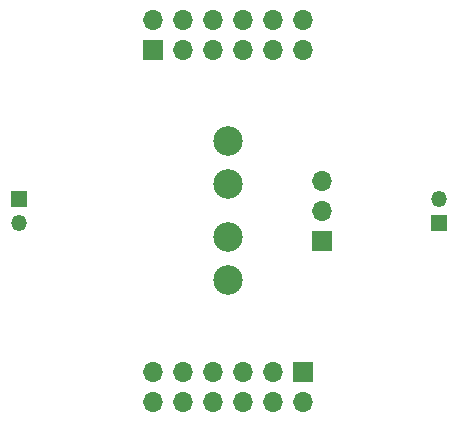
<source format=gbr>
%TF.GenerationSoftware,KiCad,Pcbnew,7.0.5*%
%TF.CreationDate,2023-06-08T00:56:16-04:00*%
%TF.ProjectId,INDICATOR,494e4449-4341-4544-9f52-2e6b69636164,rev?*%
%TF.SameCoordinates,Original*%
%TF.FileFunction,Soldermask,Bot*%
%TF.FilePolarity,Negative*%
%FSLAX46Y46*%
G04 Gerber Fmt 4.6, Leading zero omitted, Abs format (unit mm)*
G04 Created by KiCad (PCBNEW 7.0.5) date 2023-06-08 00:56:16*
%MOMM*%
%LPD*%
G01*
G04 APERTURE LIST*
%ADD10C,2.500000*%
%ADD11R,1.350000X1.350000*%
%ADD12O,1.350000X1.350000*%
%ADD13R,1.700000X1.700000*%
%ADD14O,1.700000X1.700000*%
G04 APERTURE END LIST*
D10*
%TO.C,U1*%
X150160000Y-94203621D03*
X150160000Y-97863621D03*
X150160000Y-102333621D03*
X150160000Y-105993621D03*
%TD*%
D11*
%TO.C,J3*%
X168060000Y-101104610D03*
D12*
X168060000Y-99104610D03*
%TD*%
D13*
%TO.C,SW1*%
X158160000Y-102623621D03*
D14*
X158160000Y-100083621D03*
X158160000Y-97543621D03*
%TD*%
D13*
%TO.C,J1*%
X143810000Y-86465599D03*
D14*
X143810000Y-83925599D03*
X146350000Y-86465599D03*
X146350000Y-83925599D03*
X148890000Y-86465599D03*
X148890000Y-83925599D03*
X151430000Y-86465599D03*
X151430000Y-83925599D03*
X153970000Y-86465599D03*
X153970000Y-83925599D03*
X156510000Y-86465599D03*
X156510000Y-83925599D03*
%TD*%
D13*
%TO.C,J2*%
X156510000Y-113743621D03*
D14*
X156510000Y-116283621D03*
X153970000Y-113743621D03*
X153970000Y-116283621D03*
X151430000Y-113743621D03*
X151430000Y-116283621D03*
X148890000Y-113743621D03*
X148890000Y-116283621D03*
X146350000Y-113743621D03*
X146350000Y-116283621D03*
X143810000Y-113743621D03*
X143810000Y-116283621D03*
%TD*%
D11*
%TO.C,J4*%
X132460000Y-99098621D03*
D12*
X132460000Y-101098621D03*
%TD*%
M02*

</source>
